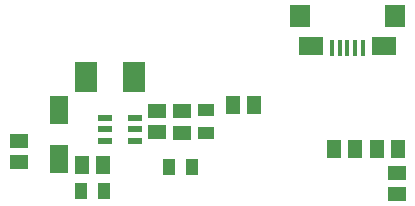
<source format=gbr>
G04*
G04 #@! TF.GenerationSoftware,Altium Limited,Altium Designer,23.0.1 (38)*
G04*
G04 Layer_Color=128*
%FSLAX25Y25*%
%MOIN*%
G70*
G04*
G04 #@! TF.SameCoordinates,8F624F87-4904-4D54-B770-2945CE276165*
G04*
G04*
G04 #@! TF.FilePolarity,Positive*
G04*
G01*
G75*
%ADD16R,0.05906X0.04724*%
%ADD18R,0.04134X0.05315*%
%ADD23R,0.05315X0.04134*%
%ADD59R,0.07087X0.07480*%
%ADD60R,0.01575X0.05315*%
%ADD61R,0.08268X0.06299*%
%ADD62R,0.07480X0.09843*%
%ADD63R,0.06102X0.09252*%
%ADD64R,0.04724X0.05906*%
G04:AMPARAMS|DCode=65|XSize=49.21mil|YSize=23.23mil|CornerRadius=2.9mil|HoleSize=0mil|Usage=FLASHONLY|Rotation=180.000|XOffset=0mil|YOffset=0mil|HoleType=Round|Shape=RoundedRectangle|*
%AMROUNDEDRECTD65*
21,1,0.04921,0.01742,0,0,180.0*
21,1,0.04341,0.02323,0,0,180.0*
1,1,0.00581,-0.02170,0.00871*
1,1,0.00581,0.02170,0.00871*
1,1,0.00581,0.02170,-0.00871*
1,1,0.00581,-0.02170,-0.00871*
%
%ADD65ROUNDEDRECTD65*%
D16*
X403500Y253500D02*
D03*
X395000Y253543D02*
D03*
X475000Y233043D02*
D03*
Y225957D02*
D03*
X403500Y246413D02*
D03*
X395000Y246457D02*
D03*
X349000Y236457D02*
D03*
Y243543D02*
D03*
D18*
X377339Y227000D02*
D03*
X369661D02*
D03*
X399161Y235000D02*
D03*
X406839D02*
D03*
D23*
X411500Y253839D02*
D03*
Y246161D02*
D03*
D59*
X474248Y285315D02*
D03*
X442752D02*
D03*
D60*
X453382Y274685D02*
D03*
X455941D02*
D03*
X458500D02*
D03*
X461059D02*
D03*
X463618D02*
D03*
D61*
X446295Y275276D02*
D03*
X470705Y275291D02*
D03*
D62*
X387571Y265000D02*
D03*
X371429D02*
D03*
D63*
X362500Y237465D02*
D03*
Y254000D02*
D03*
D64*
X369957Y235500D02*
D03*
X377043D02*
D03*
X468457Y241000D02*
D03*
X475543D02*
D03*
X453957D02*
D03*
X461043D02*
D03*
X427500Y255500D02*
D03*
X420413D02*
D03*
D65*
X387697Y251240D02*
D03*
Y247500D02*
D03*
Y243760D02*
D03*
X377815D02*
D03*
Y247500D02*
D03*
Y251240D02*
D03*
M02*

</source>
